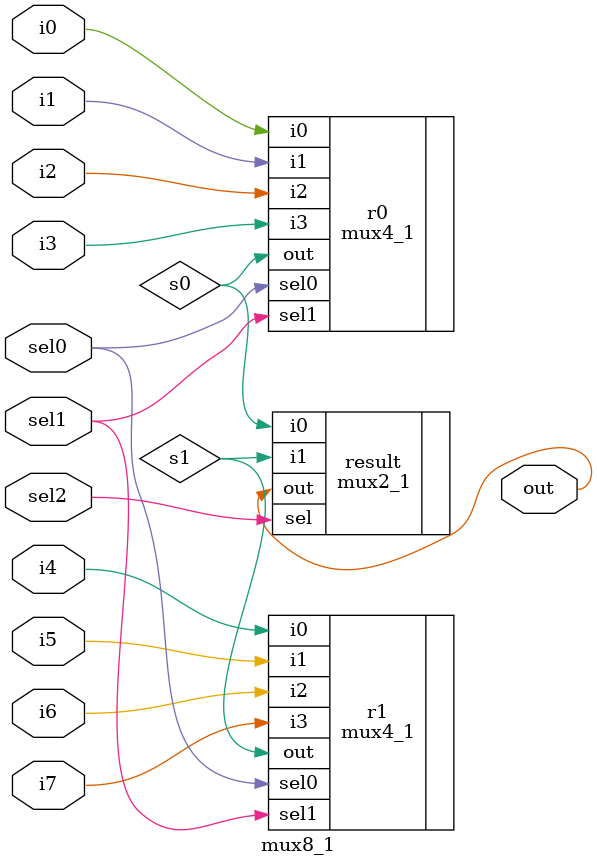
<source format=sv>
`timescale 1ps/1ps
module mux8_1(out, i0, i1, i2, i3, i4, i5, i6, i7, sel0, sel1, sel2);
	output logic out;
	input logic i0, i1, i2, i3, i4, i5, i6, i7, sel0, sel1, sel2;
	
	logic s0, s1;
	mux4_1 r0 (.out(s0), .i0(i0), .i1(i1), .i2(i2), .i3(i3), .sel0(sel0), .sel1(sel1));
	mux4_1 r1 (.out(s1), .i0(i4), .i1(i5), .i2(i6), .i3(i7), .sel0(sel0), .sel1(sel1));
	mux2_1 result (.out(out), .i0(s0), .i1(s1), .sel(sel2));

endmodule 
</source>
